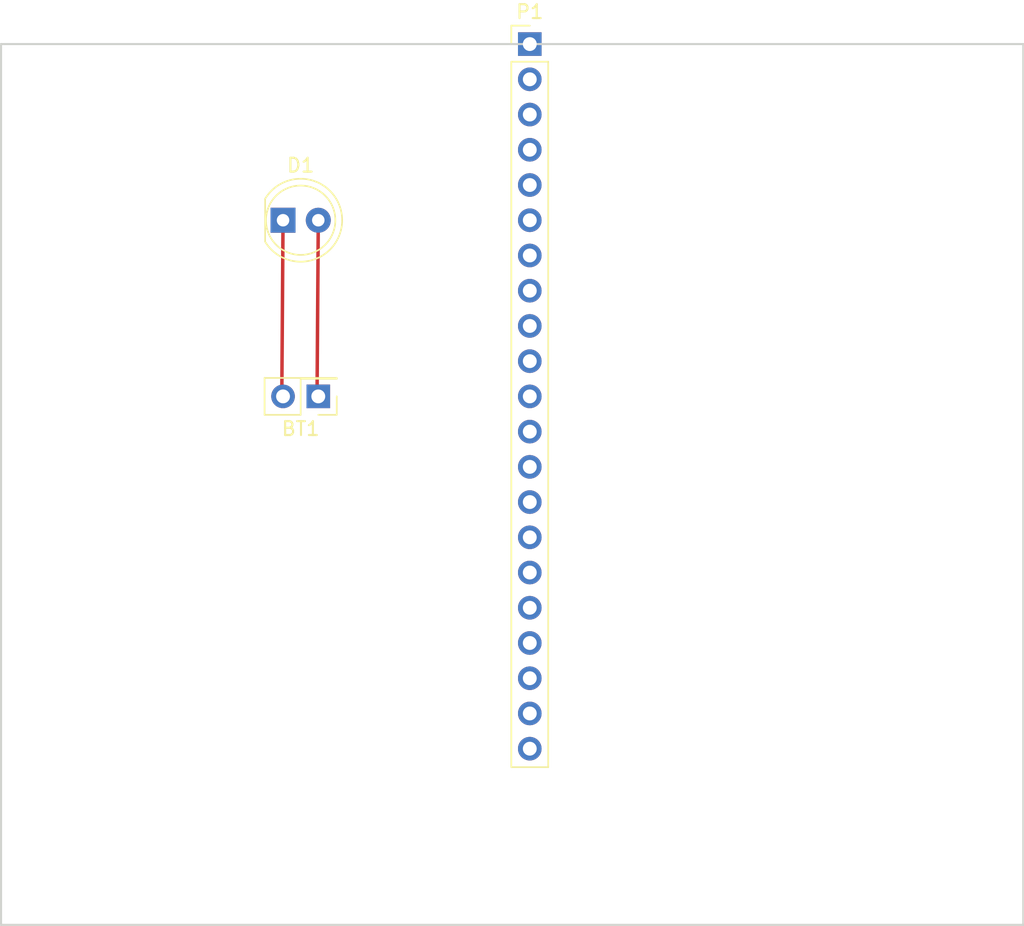
<source format=kicad_pcb>
(kicad_pcb (version 4) (host pcbnew 4.0.1-stable)

  (general
    (links 2)
    (no_connects 0)
    (area 126.924999 91.364999 200.735001 155.015001)
    (thickness 1.6)
    (drawings 4)
    (tracks 4)
    (zones 0)
    (modules 3)
    (nets 24)
  )

  (page A4)
  (layers
    (0 F.Cu signal)
    (31 B.Cu signal)
    (32 B.Adhes user)
    (33 F.Adhes user)
    (34 B.Paste user)
    (35 F.Paste user)
    (36 B.SilkS user)
    (37 F.SilkS user)
    (38 B.Mask user)
    (39 F.Mask user)
    (40 Dwgs.User user)
    (41 Cmts.User user)
    (42 Eco1.User user)
    (43 Eco2.User user)
    (44 Edge.Cuts user)
    (45 Margin user)
    (46 B.CrtYd user)
    (47 F.CrtYd user)
    (48 B.Fab user)
    (49 F.Fab user)
  )

  (setup
    (last_trace_width 0.25)
    (trace_clearance 0.2)
    (zone_clearance 0.508)
    (zone_45_only no)
    (trace_min 0.2)
    (segment_width 0.2)
    (edge_width 0.15)
    (via_size 0.6)
    (via_drill 0.4)
    (via_min_size 0.4)
    (via_min_drill 0.3)
    (uvia_size 0.3)
    (uvia_drill 0.1)
    (uvias_allowed no)
    (uvia_min_size 0.2)
    (uvia_min_drill 0.1)
    (pcb_text_width 0.3)
    (pcb_text_size 1.5 1.5)
    (mod_edge_width 0.15)
    (mod_text_size 1 1)
    (mod_text_width 0.15)
    (pad_size 1.524 1.524)
    (pad_drill 0.762)
    (pad_to_mask_clearance 0.2)
    (aux_axis_origin 0 0)
    (visible_elements FFFFFF7F)
    (pcbplotparams
      (layerselection 0x00030_80000001)
      (usegerberextensions false)
      (excludeedgelayer true)
      (linewidth 0.100000)
      (plotframeref false)
      (viasonmask false)
      (mode 1)
      (useauxorigin false)
      (hpglpennumber 1)
      (hpglpenspeed 20)
      (hpglpendiameter 15)
      (hpglpenoverlay 2)
      (psnegative false)
      (psa4output false)
      (plotreference true)
      (plotvalue true)
      (plotinvisibletext false)
      (padsonsilk false)
      (subtractmaskfromsilk false)
      (outputformat 1)
      (mirror false)
      (drillshape 1)
      (scaleselection 1)
      (outputdirectory ""))
  )

  (net 0 "")
  (net 1 "Net-(BT1-Pad1)")
  (net 2 "Net-(BT1-Pad2)")
  (net 3 "Net-(P1-Pad1)")
  (net 4 "Net-(P1-Pad2)")
  (net 5 "Net-(P1-Pad3)")
  (net 6 "Net-(P1-Pad4)")
  (net 7 "Net-(P1-Pad5)")
  (net 8 "Net-(P1-Pad6)")
  (net 9 "Net-(P1-Pad7)")
  (net 10 "Net-(P1-Pad8)")
  (net 11 "Net-(P1-Pad9)")
  (net 12 "Net-(P1-Pad10)")
  (net 13 "Net-(P1-Pad11)")
  (net 14 "Net-(P1-Pad12)")
  (net 15 "Net-(P1-Pad13)")
  (net 16 "Net-(P1-Pad14)")
  (net 17 "Net-(P1-Pad15)")
  (net 18 "Net-(P1-Pad16)")
  (net 19 "Net-(P1-Pad17)")
  (net 20 "Net-(P1-Pad18)")
  (net 21 "Net-(P1-Pad19)")
  (net 22 "Net-(P1-Pad20)")
  (net 23 "Net-(P1-Pad21)")

  (net_class Default "これは標準のネット クラスです。"
    (clearance 0.2)
    (trace_width 0.25)
    (via_dia 0.6)
    (via_drill 0.4)
    (uvia_dia 0.3)
    (uvia_drill 0.1)
    (add_net "Net-(BT1-Pad1)")
    (add_net "Net-(BT1-Pad2)")
    (add_net "Net-(P1-Pad1)")
    (add_net "Net-(P1-Pad10)")
    (add_net "Net-(P1-Pad11)")
    (add_net "Net-(P1-Pad12)")
    (add_net "Net-(P1-Pad13)")
    (add_net "Net-(P1-Pad14)")
    (add_net "Net-(P1-Pad15)")
    (add_net "Net-(P1-Pad16)")
    (add_net "Net-(P1-Pad17)")
    (add_net "Net-(P1-Pad18)")
    (add_net "Net-(P1-Pad19)")
    (add_net "Net-(P1-Pad2)")
    (add_net "Net-(P1-Pad20)")
    (add_net "Net-(P1-Pad21)")
    (add_net "Net-(P1-Pad3)")
    (add_net "Net-(P1-Pad4)")
    (add_net "Net-(P1-Pad5)")
    (add_net "Net-(P1-Pad6)")
    (add_net "Net-(P1-Pad7)")
    (add_net "Net-(P1-Pad8)")
    (add_net "Net-(P1-Pad9)")
  )

  (module Pin_Headers:Pin_Header_Straight_2x01_Pitch2.54mm (layer F.Cu) (tedit 58CD4EC5) (tstamp 58E4AC5C)
    (at 149.86 116.84 180)
    (descr "Through hole straight pin header, 2x01, 2.54mm pitch, double rows")
    (tags "Through hole pin header THT 2x01 2.54mm double row")
    (path /58E4AB4E)
    (fp_text reference BT1 (at 1.27 -2.33 180) (layer F.SilkS)
      (effects (font (size 1 1) (thickness 0.15)))
    )
    (fp_text value Battery (at 1.27 2.33 180) (layer F.Fab)
      (effects (font (size 1 1) (thickness 0.15)))
    )
    (fp_line (start -1.27 -1.27) (end -1.27 1.27) (layer F.Fab) (width 0.1))
    (fp_line (start -1.27 1.27) (end 3.81 1.27) (layer F.Fab) (width 0.1))
    (fp_line (start 3.81 1.27) (end 3.81 -1.27) (layer F.Fab) (width 0.1))
    (fp_line (start 3.81 -1.27) (end -1.27 -1.27) (layer F.Fab) (width 0.1))
    (fp_line (start -1.33 1.27) (end -1.33 1.33) (layer F.SilkS) (width 0.12))
    (fp_line (start -1.33 1.33) (end 3.87 1.33) (layer F.SilkS) (width 0.12))
    (fp_line (start 3.87 1.33) (end 3.87 -1.33) (layer F.SilkS) (width 0.12))
    (fp_line (start 3.87 -1.33) (end 1.27 -1.33) (layer F.SilkS) (width 0.12))
    (fp_line (start 1.27 -1.33) (end 1.27 1.27) (layer F.SilkS) (width 0.12))
    (fp_line (start 1.27 1.27) (end -1.33 1.27) (layer F.SilkS) (width 0.12))
    (fp_line (start -1.33 0) (end -1.33 -1.33) (layer F.SilkS) (width 0.12))
    (fp_line (start -1.33 -1.33) (end 0 -1.33) (layer F.SilkS) (width 0.12))
    (fp_line (start -1.8 -1.8) (end -1.8 1.8) (layer F.CrtYd) (width 0.05))
    (fp_line (start -1.8 1.8) (end 4.35 1.8) (layer F.CrtYd) (width 0.05))
    (fp_line (start 4.35 1.8) (end 4.35 -1.8) (layer F.CrtYd) (width 0.05))
    (fp_line (start 4.35 -1.8) (end -1.8 -1.8) (layer F.CrtYd) (width 0.05))
    (fp_text user %R (at 1.27 -2.33 180) (layer F.Fab)
      (effects (font (size 1 1) (thickness 0.15)))
    )
    (pad 1 thru_hole rect (at 0 0 180) (size 1.7 1.7) (drill 1) (layers *.Cu *.Mask)
      (net 1 "Net-(BT1-Pad1)"))
    (pad 2 thru_hole oval (at 2.54 0 180) (size 1.7 1.7) (drill 1) (layers *.Cu *.Mask)
      (net 2 "Net-(BT1-Pad2)"))
    (model ${KISYS3DMOD}/Pin_Headers.3dshapes/Pin_Header_Straight_2x01_Pitch2.54mm.wrl
      (at (xyz 0.05 0 0))
      (scale (xyz 1 1 1))
      (rotate (xyz 0 0 90))
    )
  )

  (module LEDs:LED_D5.0mm (layer F.Cu) (tedit 587A3A7B) (tstamp 58E4AC62)
    (at 147.32 104.14)
    (descr "LED, diameter 5.0mm, 2 pins, http://cdn-reichelt.de/documents/datenblatt/A500/LL-504BC2E-009.pdf")
    (tags "LED diameter 5.0mm 2 pins")
    (path /58E4AB1C)
    (fp_text reference D1 (at 1.27 -3.96) (layer F.SilkS)
      (effects (font (size 1 1) (thickness 0.15)))
    )
    (fp_text value LED (at 1.27 3.96) (layer F.Fab)
      (effects (font (size 1 1) (thickness 0.15)))
    )
    (fp_arc (start 1.27 0) (end -1.23 -1.469694) (angle 299.1) (layer F.Fab) (width 0.1))
    (fp_arc (start 1.27 0) (end -1.29 -1.54483) (angle 148.9) (layer F.SilkS) (width 0.12))
    (fp_arc (start 1.27 0) (end -1.29 1.54483) (angle -148.9) (layer F.SilkS) (width 0.12))
    (fp_circle (center 1.27 0) (end 3.77 0) (layer F.Fab) (width 0.1))
    (fp_circle (center 1.27 0) (end 3.77 0) (layer F.SilkS) (width 0.12))
    (fp_line (start -1.23 -1.469694) (end -1.23 1.469694) (layer F.Fab) (width 0.1))
    (fp_line (start -1.29 -1.545) (end -1.29 1.545) (layer F.SilkS) (width 0.12))
    (fp_line (start -1.95 -3.25) (end -1.95 3.25) (layer F.CrtYd) (width 0.05))
    (fp_line (start -1.95 3.25) (end 4.5 3.25) (layer F.CrtYd) (width 0.05))
    (fp_line (start 4.5 3.25) (end 4.5 -3.25) (layer F.CrtYd) (width 0.05))
    (fp_line (start 4.5 -3.25) (end -1.95 -3.25) (layer F.CrtYd) (width 0.05))
    (pad 1 thru_hole rect (at 0 0) (size 1.8 1.8) (drill 0.9) (layers *.Cu *.Mask)
      (net 2 "Net-(BT1-Pad2)"))
    (pad 2 thru_hole circle (at 2.54 0) (size 1.8 1.8) (drill 0.9) (layers *.Cu *.Mask)
      (net 1 "Net-(BT1-Pad1)"))
    (model LEDs.3dshapes/LED_D5.0mm.wrl
      (at (xyz 0 0 0))
      (scale (xyz 0.393701 0.393701 0.393701))
      (rotate (xyz 0 0 0))
    )
  )

  (module Pin_Headers:Pin_Header_Straight_1x21_Pitch2.54mm (layer F.Cu) (tedit 58CD4EC2) (tstamp 58E4B1E3)
    (at 165.1 91.44)
    (descr "Through hole straight pin header, 1x21, 2.54mm pitch, single row")
    (tags "Through hole pin header THT 1x21 2.54mm single row")
    (path /58E4B173)
    (fp_text reference P1 (at 0 -2.33) (layer F.SilkS)
      (effects (font (size 1 1) (thickness 0.15)))
    )
    (fp_text value CONN_01X21 (at 0 53.13) (layer F.Fab)
      (effects (font (size 1 1) (thickness 0.15)))
    )
    (fp_line (start -1.27 -1.27) (end -1.27 52.07) (layer F.Fab) (width 0.1))
    (fp_line (start -1.27 52.07) (end 1.27 52.07) (layer F.Fab) (width 0.1))
    (fp_line (start 1.27 52.07) (end 1.27 -1.27) (layer F.Fab) (width 0.1))
    (fp_line (start 1.27 -1.27) (end -1.27 -1.27) (layer F.Fab) (width 0.1))
    (fp_line (start -1.33 1.27) (end -1.33 52.13) (layer F.SilkS) (width 0.12))
    (fp_line (start -1.33 52.13) (end 1.33 52.13) (layer F.SilkS) (width 0.12))
    (fp_line (start 1.33 52.13) (end 1.33 1.27) (layer F.SilkS) (width 0.12))
    (fp_line (start 1.33 1.27) (end -1.33 1.27) (layer F.SilkS) (width 0.12))
    (fp_line (start -1.33 0) (end -1.33 -1.33) (layer F.SilkS) (width 0.12))
    (fp_line (start -1.33 -1.33) (end 0 -1.33) (layer F.SilkS) (width 0.12))
    (fp_line (start -1.8 -1.8) (end -1.8 52.6) (layer F.CrtYd) (width 0.05))
    (fp_line (start -1.8 52.6) (end 1.8 52.6) (layer F.CrtYd) (width 0.05))
    (fp_line (start 1.8 52.6) (end 1.8 -1.8) (layer F.CrtYd) (width 0.05))
    (fp_line (start 1.8 -1.8) (end -1.8 -1.8) (layer F.CrtYd) (width 0.05))
    (fp_text user %R (at 0 -2.33) (layer F.Fab)
      (effects (font (size 1 1) (thickness 0.15)))
    )
    (pad 1 thru_hole rect (at 0 0) (size 1.7 1.7) (drill 1) (layers *.Cu *.Mask)
      (net 3 "Net-(P1-Pad1)"))
    (pad 2 thru_hole oval (at 0 2.54) (size 1.7 1.7) (drill 1) (layers *.Cu *.Mask)
      (net 4 "Net-(P1-Pad2)"))
    (pad 3 thru_hole oval (at 0 5.08) (size 1.7 1.7) (drill 1) (layers *.Cu *.Mask)
      (net 5 "Net-(P1-Pad3)"))
    (pad 4 thru_hole oval (at 0 7.62) (size 1.7 1.7) (drill 1) (layers *.Cu *.Mask)
      (net 6 "Net-(P1-Pad4)"))
    (pad 5 thru_hole oval (at 0 10.16) (size 1.7 1.7) (drill 1) (layers *.Cu *.Mask)
      (net 7 "Net-(P1-Pad5)"))
    (pad 6 thru_hole oval (at 0 12.7) (size 1.7 1.7) (drill 1) (layers *.Cu *.Mask)
      (net 8 "Net-(P1-Pad6)"))
    (pad 7 thru_hole oval (at 0 15.24) (size 1.7 1.7) (drill 1) (layers *.Cu *.Mask)
      (net 9 "Net-(P1-Pad7)"))
    (pad 8 thru_hole oval (at 0 17.78) (size 1.7 1.7) (drill 1) (layers *.Cu *.Mask)
      (net 10 "Net-(P1-Pad8)"))
    (pad 9 thru_hole oval (at 0 20.32) (size 1.7 1.7) (drill 1) (layers *.Cu *.Mask)
      (net 11 "Net-(P1-Pad9)"))
    (pad 10 thru_hole oval (at 0 22.86) (size 1.7 1.7) (drill 1) (layers *.Cu *.Mask)
      (net 12 "Net-(P1-Pad10)"))
    (pad 11 thru_hole oval (at 0 25.4) (size 1.7 1.7) (drill 1) (layers *.Cu *.Mask)
      (net 13 "Net-(P1-Pad11)"))
    (pad 12 thru_hole oval (at 0 27.94) (size 1.7 1.7) (drill 1) (layers *.Cu *.Mask)
      (net 14 "Net-(P1-Pad12)"))
    (pad 13 thru_hole oval (at 0 30.48) (size 1.7 1.7) (drill 1) (layers *.Cu *.Mask)
      (net 15 "Net-(P1-Pad13)"))
    (pad 14 thru_hole oval (at 0 33.02) (size 1.7 1.7) (drill 1) (layers *.Cu *.Mask)
      (net 16 "Net-(P1-Pad14)"))
    (pad 15 thru_hole oval (at 0 35.56) (size 1.7 1.7) (drill 1) (layers *.Cu *.Mask)
      (net 17 "Net-(P1-Pad15)"))
    (pad 16 thru_hole oval (at 0 38.1) (size 1.7 1.7) (drill 1) (layers *.Cu *.Mask)
      (net 18 "Net-(P1-Pad16)"))
    (pad 17 thru_hole oval (at 0 40.64) (size 1.7 1.7) (drill 1) (layers *.Cu *.Mask)
      (net 19 "Net-(P1-Pad17)"))
    (pad 18 thru_hole oval (at 0 43.18) (size 1.7 1.7) (drill 1) (layers *.Cu *.Mask)
      (net 20 "Net-(P1-Pad18)"))
    (pad 19 thru_hole oval (at 0 45.72) (size 1.7 1.7) (drill 1) (layers *.Cu *.Mask)
      (net 21 "Net-(P1-Pad19)"))
    (pad 20 thru_hole oval (at 0 48.26) (size 1.7 1.7) (drill 1) (layers *.Cu *.Mask)
      (net 22 "Net-(P1-Pad20)"))
    (pad 21 thru_hole oval (at 0 50.8) (size 1.7 1.7) (drill 1) (layers *.Cu *.Mask)
      (net 23 "Net-(P1-Pad21)"))
    (model ${KISYS3DMOD}/Pin_Headers.3dshapes/Pin_Header_Straight_1x21_Pitch2.54mm.wrl
      (at (xyz 0 -1 0))
      (scale (xyz 1 1 1))
      (rotate (xyz 0 0 90))
    )
  )

  (gr_line (start 127 91.44) (end 127 154.94) (angle 90) (layer Edge.Cuts) (width 0.15))
  (gr_line (start 200.66 91.44) (end 127 91.44) (angle 90) (layer Edge.Cuts) (width 0.15))
  (gr_line (start 200.66 154.94) (end 200.66 91.44) (angle 90) (layer Edge.Cuts) (width 0.15))
  (gr_line (start 127 154.94) (end 200.66 154.94) (angle 90) (layer Edge.Cuts) (width 0.15))

  (segment (start 149.86 104.14) (end 149.7711 116.7511) (width 0.25) (layer F.Cu) (net 1) (status 20))
  (segment (start 149.7711 116.7511) (end 149.86 116.84) (width 0.25) (layer F.Cu) (net 1) (tstamp 58E4ACE4) (status 30))
  (segment (start 147.32 104.14) (end 147.2311 116.7511) (width 0.25) (layer F.Cu) (net 2) (status 20))
  (segment (start 147.2311 116.7511) (end 147.32 116.84) (width 0.25) (layer F.Cu) (net 2) (tstamp 58E4ACDE) (status 30))

)

</source>
